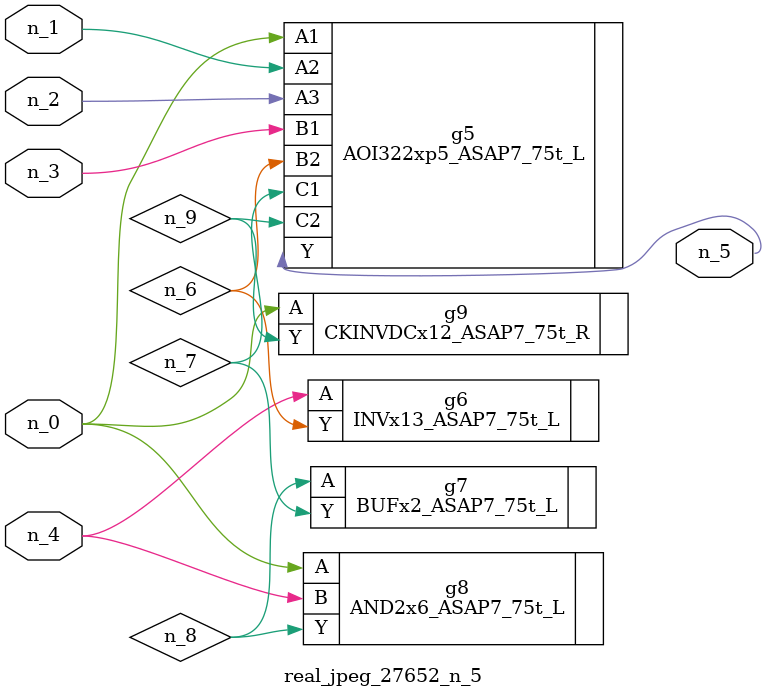
<source format=v>
module real_jpeg_27652_n_5 (n_4, n_0, n_1, n_2, n_3, n_5);

input n_4;
input n_0;
input n_1;
input n_2;
input n_3;

output n_5;

wire n_8;
wire n_6;
wire n_7;
wire n_9;

AOI322xp5_ASAP7_75t_L g5 ( 
.A1(n_0),
.A2(n_1),
.A3(n_2),
.B1(n_3),
.B2(n_6),
.C1(n_7),
.C2(n_9),
.Y(n_5)
);

AND2x6_ASAP7_75t_L g8 ( 
.A(n_0),
.B(n_4),
.Y(n_8)
);

CKINVDCx12_ASAP7_75t_R g9 ( 
.A(n_0),
.Y(n_9)
);

INVx13_ASAP7_75t_L g6 ( 
.A(n_4),
.Y(n_6)
);

BUFx2_ASAP7_75t_L g7 ( 
.A(n_8),
.Y(n_7)
);


endmodule
</source>
